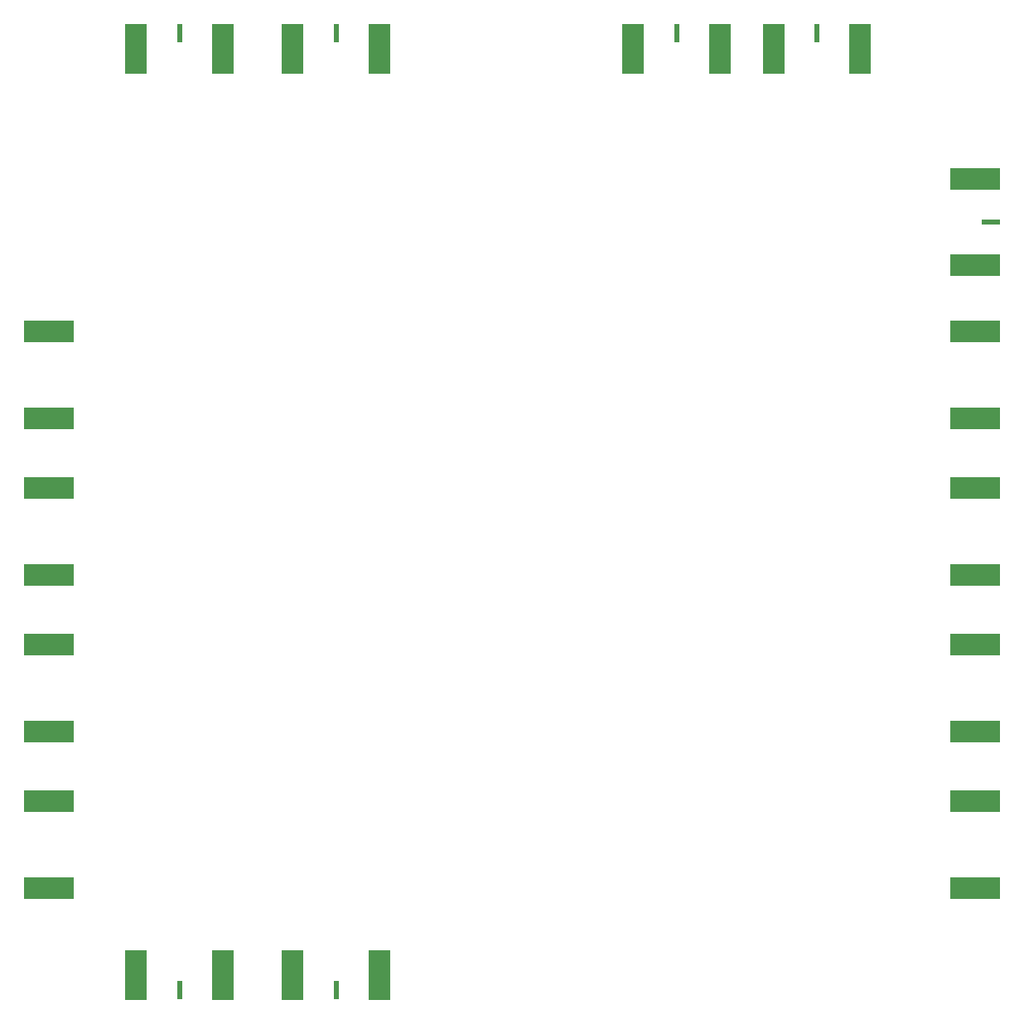
<source format=gbp>
G04*
G04 #@! TF.GenerationSoftware,Altium Limited,Altium Designer,19.1.7 (138)*
G04*
G04 Layer_Color=128*
%FSLAX25Y25*%
%MOIN*%
G70*
G01*
G75*
%ADD12R,0.07500X0.02000*%
%ADD13R,0.20000X0.09000*%
%ADD14R,0.09000X0.20000*%
%ADD26R,0.02000X0.07500*%
D12*
X389351Y313500D02*
D03*
D13*
X383101Y269369D02*
D03*
Y234569D02*
D03*
Y296100D02*
D03*
Y330900D02*
D03*
Y108584D02*
D03*
Y143384D02*
D03*
X10600D02*
D03*
Y108584D02*
D03*
X383101Y45592D02*
D03*
Y80392D02*
D03*
X10600D02*
D03*
Y45592D02*
D03*
X383101Y171576D02*
D03*
Y206376D02*
D03*
X10600D02*
D03*
Y171576D02*
D03*
Y269369D02*
D03*
Y234569D02*
D03*
D14*
X80392Y10600D02*
D03*
X45592D02*
D03*
Y383101D02*
D03*
X80392D02*
D03*
X143384Y10600D02*
D03*
X108584D02*
D03*
Y383101D02*
D03*
X143384D02*
D03*
X336900Y383101D02*
D03*
X302100D02*
D03*
X280398D02*
D03*
X245598D02*
D03*
D26*
X62992Y4350D02*
D03*
Y389351D02*
D03*
X125984Y4350D02*
D03*
Y389351D02*
D03*
X319500Y389351D02*
D03*
X262998D02*
D03*
M02*

</source>
